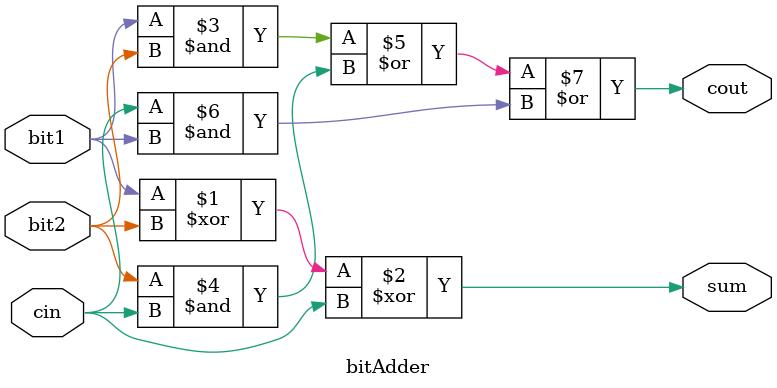
<source format=v>
`timescale 1ns / 1ps
module bitAdder(input bit1,input bit2,input cin,output sum,output cout);
	assign sum = bit1 ^bit2 ^ cin;
	assign cout = (bit1 & bit2) | (bit2 & cin) | (cin & bit1);
endmodule

</source>
